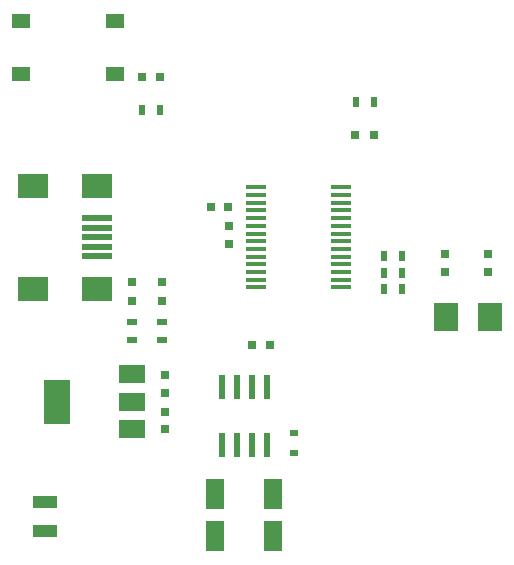
<source format=gbr>
G04 #@! TF.GenerationSoftware,KiCad,Pcbnew,(5.0.1)-4*
G04 #@! TF.CreationDate,2018-11-20T23:07:17-05:00*
G04 #@! TF.ProjectId,Custom Arduino,437573746F6D2041726475696E6F2E6B,rev?*
G04 #@! TF.SameCoordinates,Original*
G04 #@! TF.FileFunction,Paste,Top*
G04 #@! TF.FilePolarity,Positive*
%FSLAX46Y46*%
G04 Gerber Fmt 4.6, Leading zero omitted, Abs format (unit mm)*
G04 Created by KiCad (PCBNEW (5.0.1)-4) date 2018-11-20 11:07:17 PM*
%MOMM*%
%LPD*%
G01*
G04 APERTURE LIST*
%ADD10R,2.200000X1.500000*%
%ADD11R,2.200000X3.800000*%
%ADD12R,1.600000X2.600000*%
%ADD13R,0.800000X0.750000*%
%ADD14R,0.750000X0.800000*%
%ADD15R,0.800000X0.600000*%
%ADD16R,0.800000X0.800000*%
%ADD17R,2.030000X1.140000*%
%ADD18R,2.500000X2.000000*%
%ADD19R,2.500000X0.500000*%
%ADD20R,0.900000X0.500000*%
%ADD21R,0.500000X0.900000*%
%ADD22R,1.550000X1.300000*%
%ADD23R,1.750000X0.450000*%
%ADD24R,0.600000X2.000000*%
%ADD25R,2.000000X2.400000*%
G04 APERTURE END LIST*
D10*
G04 #@! TO.C,U4*
X110850000Y-91600000D03*
X110850000Y-93900000D03*
X110850000Y-96200000D03*
D11*
X104550000Y-93900000D03*
G04 #@! TD*
D12*
G04 #@! TO.C,C1*
X122800000Y-101700000D03*
X122800000Y-105300000D03*
G04 #@! TD*
G04 #@! TO.C,C2*
X117900000Y-101700000D03*
X117900000Y-105300000D03*
G04 #@! TD*
D13*
G04 #@! TO.C,C3*
X122550000Y-89100000D03*
X121050000Y-89100000D03*
G04 #@! TD*
D14*
G04 #@! TO.C,C4*
X119100000Y-79050000D03*
X119100000Y-80550000D03*
G04 #@! TD*
D13*
G04 #@! TO.C,C5*
X119050000Y-77400000D03*
X117550000Y-77400000D03*
G04 #@! TD*
D14*
G04 #@! TO.C,C6*
X113700000Y-93150000D03*
X113700000Y-91650000D03*
G04 #@! TD*
G04 #@! TO.C,C7*
X113700000Y-94750000D03*
X113700000Y-96250000D03*
G04 #@! TD*
D13*
G04 #@! TO.C,C8*
X113250000Y-66400000D03*
X111750000Y-66400000D03*
G04 #@! TD*
D14*
G04 #@! TO.C,C9*
X141000000Y-82950000D03*
X141000000Y-81450000D03*
G04 #@! TD*
G04 #@! TO.C,C10*
X137400000Y-82950000D03*
X137400000Y-81450000D03*
G04 #@! TD*
D15*
G04 #@! TO.C,D1*
X124600000Y-98250000D03*
X124600000Y-96550000D03*
G04 #@! TD*
D16*
G04 #@! TO.C,D2*
X113400000Y-85400000D03*
X113400000Y-83800000D03*
G04 #@! TD*
G04 #@! TO.C,D3*
X110900000Y-85400000D03*
X110900000Y-83800000D03*
G04 #@! TD*
G04 #@! TO.C,D4*
X129800000Y-71300000D03*
X131400000Y-71300000D03*
G04 #@! TD*
D17*
G04 #@! TO.C,F1*
X103505000Y-104832000D03*
X103505000Y-102432000D03*
G04 #@! TD*
D18*
G04 #@! TO.C,J1*
X102470000Y-84360000D03*
X102470000Y-75640000D03*
X107950000Y-75640000D03*
X107950000Y-84360000D03*
D19*
X107950000Y-78400000D03*
X107950000Y-79200000D03*
X107950000Y-80000000D03*
X107950000Y-80800000D03*
X107950000Y-81600000D03*
G04 #@! TD*
D20*
G04 #@! TO.C,R1*
X113400000Y-87150000D03*
X113400000Y-88650000D03*
G04 #@! TD*
G04 #@! TO.C,R2*
X110900000Y-87150000D03*
X110900000Y-88650000D03*
G04 #@! TD*
D21*
G04 #@! TO.C,R3*
X132250000Y-81600000D03*
X133750000Y-81600000D03*
G04 #@! TD*
G04 #@! TO.C,R4*
X111750000Y-69200000D03*
X113250000Y-69200000D03*
G04 #@! TD*
G04 #@! TO.C,R5*
X133750000Y-84400000D03*
X132250000Y-84400000D03*
G04 #@! TD*
G04 #@! TO.C,R6*
X132250000Y-83000000D03*
X133750000Y-83000000D03*
G04 #@! TD*
G04 #@! TO.C,R7*
X129850000Y-68500000D03*
X131350000Y-68500000D03*
G04 #@! TD*
D22*
G04 #@! TO.C,SW1*
X101520000Y-66150000D03*
X101520000Y-61650000D03*
X109480000Y-61650000D03*
X109480000Y-66150000D03*
G04 #@! TD*
D23*
G04 #@! TO.C,U2*
X128600000Y-84225000D03*
X128600000Y-83575000D03*
X128600000Y-82925000D03*
X128600000Y-82275000D03*
X128600000Y-81625000D03*
X128600000Y-80975000D03*
X128600000Y-80325000D03*
X128600000Y-79675000D03*
X128600000Y-79025000D03*
X128600000Y-78375000D03*
X128600000Y-77725000D03*
X128600000Y-77075000D03*
X128600000Y-76425000D03*
X128600000Y-75775000D03*
X121400000Y-75775000D03*
X121400000Y-76425000D03*
X121400000Y-77075000D03*
X121400000Y-77725000D03*
X121400000Y-78375000D03*
X121400000Y-79025000D03*
X121400000Y-79675000D03*
X121400000Y-80325000D03*
X121400000Y-80975000D03*
X121400000Y-81625000D03*
X121400000Y-82275000D03*
X121400000Y-82925000D03*
X121400000Y-83575000D03*
X121400000Y-84225000D03*
G04 #@! TD*
D24*
G04 #@! TO.C,U3*
X118495000Y-97550000D03*
X119765000Y-97550000D03*
X122305000Y-97550000D03*
X122305000Y-92650000D03*
X121035000Y-92650000D03*
X119765000Y-92650000D03*
X118495000Y-92650000D03*
X121035000Y-97550000D03*
G04 #@! TD*
D25*
G04 #@! TO.C,Y1*
X141169000Y-86741000D03*
X137469000Y-86741000D03*
G04 #@! TD*
M02*

</source>
